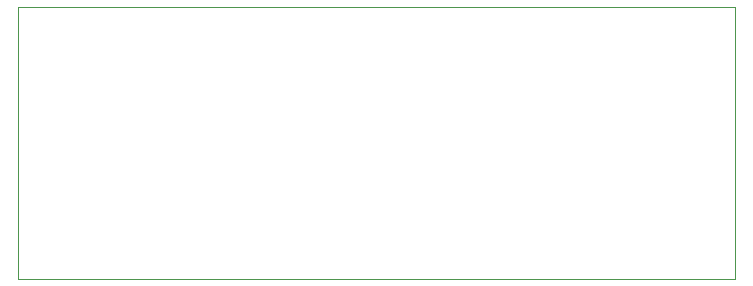
<source format=gm1>
%TF.GenerationSoftware,KiCad,Pcbnew,7.0.7*%
%TF.CreationDate,2023-12-21T17:24:58+09:00*%
%TF.ProjectId,pocket_sdr_v2.1,706f636b-6574-45f7-9364-725f76322e31,rev?*%
%TF.SameCoordinates,Original*%
%TF.FileFunction,Profile,NP*%
%FSLAX46Y46*%
G04 Gerber Fmt 4.6, Leading zero omitted, Abs format (unit mm)*
G04 Created by KiCad (PCBNEW 7.0.7) date 2023-12-21 17:24:58*
%MOMM*%
%LPD*%
G01*
G04 APERTURE LIST*
%TA.AperFunction,Profile*%
%ADD10C,0.050000*%
%TD*%
G04 APERTURE END LIST*
D10*
X181706300Y-93500000D02*
X181706300Y-116500000D01*
X121001100Y-93500000D02*
X181706300Y-93500000D01*
X181706300Y-116500000D02*
X121001100Y-116500000D01*
X121001100Y-116500000D02*
X121001100Y-93500000D01*
M02*

</source>
